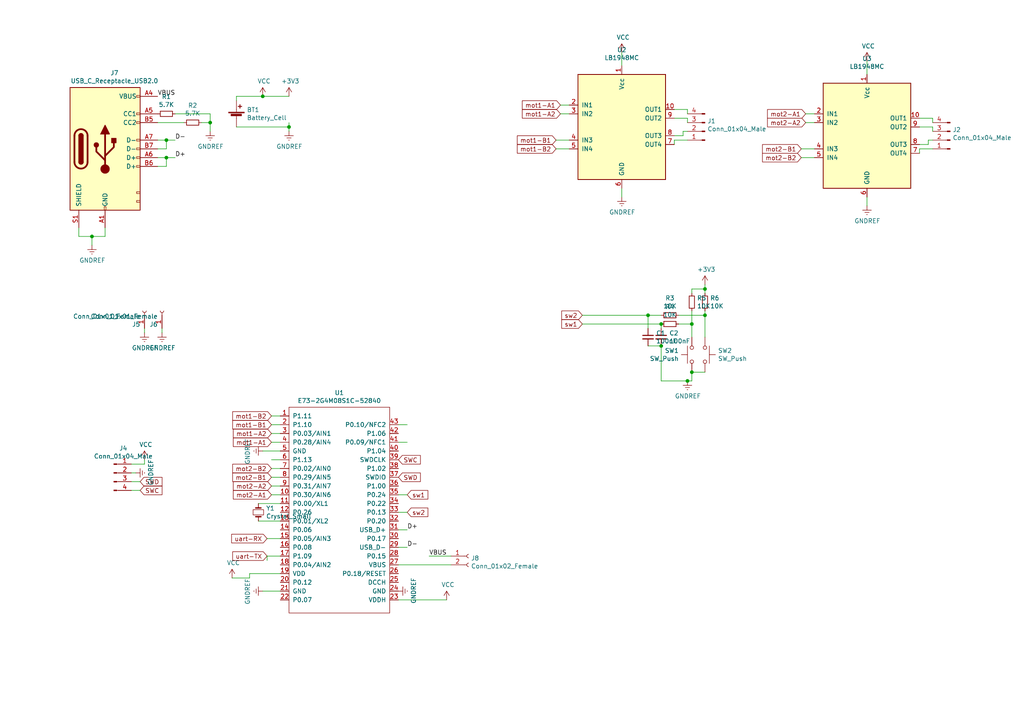
<source format=kicad_sch>
(kicad_sch (version 20211123) (generator eeschema)
  (paper "A4")
  (lib_symbols
    (symbol "Connector:Conn_01x01_Female" (pin_names (offset 1.016) hide)
      (property "Reference" "J" (at 0 2.54 0))
      (property "Value" "Conn_01x01_Female" (at 0 -2.54 0))
      (symbol "Conn_01x01_Female_1_1"
        (polyline (pts (xy -1.27 0) (xy -0.508 0)) (stroke (width 0.1524)))
        (arc (start 0 0.508) (mid -0.508 0) (end 0 -0.508) (stroke (width 0.1524)))
        (pin passive line (at -5.08 0 0) (length 3.81) (name "Pin_1") (number "1"))
      )
    )
    (symbol "Connector:Conn_01x02_Female" (pin_names (offset 1.016) hide)
      (property "Reference" "J" (at 0 2.54 0))
      (property "Value" "Conn_01x02_Female" (at 0 -5.08 0))
      (symbol "Conn_01x02_Female_1_1"
        (arc (start 0 -2.032) (mid -0.508 -2.54) (end 0 -3.048) (stroke (width 0.1524)))
        (polyline (pts (xy -1.27 -2.54) (xy -0.508 -2.54)) (stroke (width 0.1524)))
        (polyline (pts (xy -1.27 0) (xy -0.508 0)) (stroke (width 0.1524)))
        (arc (start 0 0.508) (mid -0.508 0) (end 0 -0.508) (stroke (width 0.1524)))
        (pin passive line (at -5.08 0 0) (length 3.81) (name "Pin_1") (number "1"))
        (pin passive line (at -5.08 -2.54 0) (length 3.81) (name "Pin_2") (number "2"))
      )
    )
    (symbol "Connector:Conn_01x04_Male" (pin_names (offset 1.016) hide)
      (property "Reference" "J" (at 0 5.08 0))
      (property "Value" "Conn_01x04_Male" (at 0 -7.62 0))
      (symbol "Conn_01x04_Male_1_1"
        (polyline (pts (xy 1.27 -5.08) (xy 0.8636 -5.08)) (stroke (width 0.1524)))
        (polyline (pts (xy 1.27 -2.54) (xy 0.8636 -2.54)) (stroke (width 0.1524)))
        (polyline (pts (xy 1.27 0) (xy 0.8636 0)) (stroke (width 0.1524)))
        (polyline (pts (xy 1.27 2.54) (xy 0.8636 2.54)) (stroke (width 0.1524)))
        (rectangle (start 0.8636 -4.953) (end 0 -5.207) (stroke (width 0.1524)) (fill (type outline)))
        (rectangle (start 0.8636 -2.413) (end 0 -2.667) (stroke (width 0.1524)) (fill (type outline)))
        (rectangle (start 0.8636 0.127) (end 0 -0.127) (stroke (width 0.1524)) (fill (type outline)))
        (rectangle (start 0.8636 2.667) (end 0 2.413) (stroke (width 0.1524)) (fill (type outline)))
        (pin passive line (at 5.08 2.54 180) (length 3.81) (name "Pin_1") (number "1"))
        (pin passive line (at 5.08 0 180) (length 3.81) (name "Pin_2") (number "2"))
        (pin passive line (at 5.08 -2.54 180) (length 3.81) (name "Pin_3") (number "3"))
        (pin passive line (at 5.08 -5.08 180) (length 3.81) (name "Pin_4") (number "4"))
      )
    )
    (symbol "Device:Battery_Cell" (pin_numbers hide) (pin_names (offset 0) hide)
      (property "Reference" "BT" (at 2.54 2.54 0))
      (property "Value" "Battery_Cell" (at 2.54 0 0))
      (symbol "Battery_Cell_0_1"
        (rectangle (start -2.286 1.778) (end 2.286 1.524) (fill (type outline)))
        (rectangle (start -1.5748 1.1938) (end 1.4732 0.6858) (fill (type outline)))
        (polyline (pts (xy 0 0.762) (xy 0 0)))
        (polyline (pts (xy 0 1.778) (xy 0 2.54)))
        (polyline (pts (xy 0.508 3.429) (xy 1.524 3.429)) (stroke (width 0.254)))
        (polyline (pts (xy 1.016 3.937) (xy 1.016 2.921)) (stroke (width 0.254)))
      )
      (symbol "Battery_Cell_1_1"
        (pin passive line (at 0 5.08 270) (length 2.54) (name "+") (number "1"))
        (pin passive line (at 0 -2.54 90) (length 2.54) (name "-") (number "2"))
      )
    )
    (symbol "Device:C_Small" (pin_numbers hide) (pin_names (offset 0.254) hide)
      (property "Reference" "C" (at 0.254 1.778 0))
      (property "Value" "C_Small" (at 0.254 -2.032 0))
      (symbol "C_Small_0_1"
        (polyline (pts (xy -1.524 -0.508) (xy 1.524 -0.508)) (stroke (width 0.3302)))
        (polyline (pts (xy -1.524 0.508) (xy 1.524 0.508)) (stroke (width 0.3048)))
      )
      (symbol "C_Small_1_1"
        (pin passive line (at 0 2.54 270) (length 2.032) (name "~") (number "1"))
        (pin passive line (at 0 -2.54 90) (length 2.032) (name "~") (number "2"))
      )
    )
    (symbol "Device:Crystal_Small" (pin_numbers hide) (pin_names (offset 1.016) hide)
      (property "Reference" "Y" (at 0 2.54 0))
      (property "Value" "Crystal_Small" (at 0 -2.54 0))
      (symbol "Crystal_Small_0_1"
        (rectangle (start -0.762 -1.524) (end 0.762 1.524))
        (polyline (pts (xy -1.27 -0.762) (xy -1.27 0.762)) (stroke (width 0.381)))
        (polyline (pts (xy 1.27 -0.762) (xy 1.27 0.762)) (stroke (width 0.381)))
      )
      (symbol "Crystal_Small_1_1"
        (pin passive line (at -2.54 0 0) (length 1.27) (name "1") (number "1"))
        (pin passive line (at 2.54 0 180) (length 1.27) (name "2") (number "2"))
      )
    )
    (symbol "Device:R_Small" (pin_numbers hide) (pin_names (offset 0.254) hide)
      (property "Reference" "R" (at 0.762 0.508 0))
      (property "Value" "R_Small" (at 0.762 -1.016 0))
      (symbol "R_Small_0_1"
        (rectangle (start -0.762 1.778) (end 0.762 -1.778) (stroke (width 0.2032)))
      )
      (symbol "R_Small_1_1"
        (pin passive line (at 0 2.54 270) (length 0.762) (name "~") (number "1"))
        (pin passive line (at 0 -2.54 90) (length 0.762) (name "~") (number "2"))
      )
    )
    (symbol "Gyro-klokke-PCB-rescue:+3.3V-power" (power) (pin_names (offset 0))
      (property "Value" "+3.3V-power" (at 0 3.556 0))
      (symbol "+3.3V-power_0_1"
        (polyline (pts (xy -0.762 1.27) (xy 0 2.54)))
        (polyline (pts (xy 0 0) (xy 0 2.54)))
        (polyline (pts (xy 0 2.54) (xy 0.762 1.27)))
      )
      (symbol "+3.3V-power_1_1"
        (pin power_in line (at 0 0 90) (length 0) hide (name "+3V3") (number "1"))
      )
    )
    (symbol "Gyro-klokke-PCB-rescue:E73-2G4M08S1C-52840-nrfmicro" (pin_names (offset 1.016))
      (property "Reference" "U" (at 0 29.21 0))
      (property "Value" "E73-2G4M08S1C-52840-nrfmicro" (at 0 -27.94 0))
      (symbol "E73-2G4M08S1C-52840-nrfmicro_0_1"
        (rectangle (start -15.24 30.48) (end 13.97 -29.21))
      )
      (symbol "E73-2G4M08S1C-52840-nrfmicro_1_1"
        (pin input line (at -17.78 27.94 0) (length 2.54) (name "P1.11") (number "1"))
        (pin input line (at -17.78 5.08 0) (length 2.54) (name "P0.30/AIN6") (number "10"))
        (pin input line (at -17.78 2.54 0) (length 2.54) (name "P0.00/XL1") (number "11"))
        (pin input line (at -17.78 0 0) (length 2.54) (name "P0.26") (number "12"))
        (pin input line (at -17.78 -2.54 0) (length 2.54) (name "P0.01/XL2") (number "13"))
        (pin input line (at -17.78 -5.08 0) (length 2.54) (name "P0.06") (number "14"))
        (pin input line (at -17.78 -7.62 0) (length 2.54) (name "P0.05/AIN3") (number "15"))
        (pin input line (at -17.78 -10.16 0) (length 2.54) (name "P0.08") (number "16"))
        (pin input line (at -17.78 -12.7 0) (length 2.54) (name "P1.09") (number "17"))
        (pin input line (at -17.78 -15.24 0) (length 2.54) (name "P0.04/AIN2") (number "18"))
        (pin power_in line (at -17.78 -17.78 0) (length 2.54) (name "VDD") (number "19"))
        (pin input line (at -17.78 25.4 0) (length 2.54) (name "P1.10") (number "2"))
        (pin input line (at -17.78 -20.32 0) (length 2.54) (name "P0.12") (number "20"))
        (pin power_in line (at -17.78 -22.86 0) (length 2.54) (name "GND") (number "21"))
        (pin input line (at -17.78 -25.4 0) (length 2.54) (name "P0.07") (number "22"))
        (pin power_in line (at 16.51 -25.4 180) (length 2.54) (name "VDDH") (number "23"))
        (pin power_in line (at 16.51 -22.86 180) (length 2.54) (name "GND") (number "24"))
        (pin power_out line (at 16.51 -20.32 180) (length 2.54) (name "DCCH") (number "25"))
        (pin input line (at 16.51 -17.78 180) (length 2.54) (name "P0.18/RESET") (number "26"))
        (pin power_in line (at 16.51 -15.24 180) (length 2.54) (name "VBUS") (number "27"))
        (pin power_in line (at 16.51 -12.7 180) (length 2.54) (name "P0.15") (number "28"))
        (pin input line (at 16.51 -10.16 180) (length 2.54) (name "USB_D-") (number "29"))
        (pin input line (at -17.78 22.86 0) (length 2.54) (name "P0.03/AIN1") (number "3"))
        (pin input line (at 16.51 -7.62 180) (length 2.54) (name "P0.17") (number "30"))
        (pin input line (at 16.51 -5.08 180) (length 2.54) (name "USB_D+") (number "31"))
        (pin input line (at 16.51 -2.54 180) (length 2.54) (name "P0.20") (number "32"))
        (pin input line (at 16.51 0 180) (length 2.54) (name "P0.13") (number "33"))
        (pin input line (at 16.51 2.54 180) (length 2.54) (name "P0.22") (number "34"))
        (pin input line (at 16.51 5.08 180) (length 2.54) (name "P0.24") (number "35"))
        (pin input line (at 16.51 7.62 180) (length 2.54) (name "P1.00") (number "36"))
        (pin input line (at 16.51 10.16 180) (length 2.54) (name "SWDIO") (number "37"))
        (pin input line (at 16.51 12.7 180) (length 2.54) (name "P1.02") (number "38"))
        (pin input line (at 16.51 15.24 180) (length 2.54) (name "SWDCLK") (number "39"))
        (pin input line (at -17.78 20.32 0) (length 2.54) (name "P0.28/AIN4") (number "4"))
        (pin input line (at 16.51 17.78 180) (length 2.54) (name "P1.04") (number "40"))
        (pin input line (at 16.51 20.32 180) (length 2.54) (name "P0.09/NFC1") (number "41"))
        (pin input line (at 16.51 22.86 180) (length 2.54) (name "P1.06") (number "42"))
        (pin input line (at 16.51 25.4 180) (length 2.54) (name "P0.10/NFC2") (number "43"))
        (pin power_in line (at -17.78 17.78 0) (length 2.54) (name "GND") (number "5"))
        (pin input line (at -17.78 15.24 0) (length 2.54) (name "P1.13") (number "6"))
        (pin input line (at -17.78 12.7 0) (length 2.54) (name "P0.02/AIN0") (number "7"))
        (pin input line (at -17.78 10.16 0) (length 2.54) (name "P0.29/AIN5") (number "8"))
        (pin input line (at -17.78 7.62 0) (length 2.54) (name "P0.31/AIN7") (number "9"))
      )
    )
    (symbol "Switch:SW_Push" (pin_numbers hide) (pin_names (offset 1.016) hide)
      (property "Reference" "SW" (at 1.27 2.54 0))
      (property "Value" "SW_Push" (at 0 -1.524 0))
      (symbol "SW_Push_0_1"
        (circle (center -2.032 0) (radius 0.508))
        (polyline (pts (xy 0 1.27) (xy 0 3.048)))
        (polyline (pts (xy 2.54 1.27) (xy -2.54 1.27)))
        (circle (center 2.032 0) (radius 0.508))
        (pin passive line (at -5.08 0 0) (length 2.54) (name "1") (number "1"))
        (pin passive line (at 5.08 0 180) (length 2.54) (name "2") (number "2"))
      )
    )
    (symbol "lb1948mc:LB1948MC" (pin_names (offset 1.016))
      (property "Reference" "U" (at -10.16 16.51 0))
      (property "Value" "LB1948MC" (at 12.7 16.51 0))
      (symbol "LB1948MC_0_1"
        (rectangle (start -12.7 15.24) (end 12.7 -15.24) (stroke (width 0.254)) (fill (type background)))
      )
      (symbol "LB1948MC_1_1"
        (pin power_in line (at 0 17.78 270) (length 2.54) (name "Vcc") (number "1"))
        (pin output line (at 15.24 5.08 180) (length 2.54) (name "OUT1") (number "10"))
        (pin input line (at -15.24 6.35 0) (length 2.54) (name "IN1") (number "2"))
        (pin input line (at -15.24 3.81 0) (length 2.54) (name "IN2") (number "3"))
        (pin input line (at -15.24 -3.81 0) (length 2.54) (name "IN3") (number "4"))
        (pin input line (at -15.24 -6.35 0) (length 2.54) (name "IN4") (number "5"))
        (pin power_in line (at 0 -17.78 90) (length 2.54) (name "GND") (number "6"))
        (pin output line (at 15.24 -5.08 180) (length 2.54) (name "OUT4") (number "7"))
        (pin output line (at 15.24 -2.54 180) (length 2.54) (name "OUT3") (number "8"))
        (pin output line (at 15.24 2.54 180) (length 2.54) (name "OUT2") (number "9"))
      )
    )
    (symbol "nrfmicro:USB_C_Receptacle_USB2.0" (pin_names (offset 1.016))
      (property "Reference" "J" (at -10.16 19.05 0))
      (property "Value" "USB_C_Receptacle_USB2.0" (at 19.05 19.05 0))
      (symbol "USB_C_Receptacle_USB2.0_0_0"
        (rectangle (start -0.254 -17.78) (end 0.254 -16.764))
        (rectangle (start 10.16 -14.986) (end 9.144 -15.494))
        (rectangle (start 10.16 -12.446) (end 9.144 -12.954))
        (rectangle (start 10.16 -4.826) (end 9.144 -5.334))
        (rectangle (start 10.16 -2.286) (end 9.144 -2.794))
        (rectangle (start 10.16 0.254) (end 9.144 -0.254))
        (rectangle (start 10.16 2.794) (end 9.144 2.286))
        (rectangle (start 10.16 7.874) (end 9.144 7.366))
        (rectangle (start 10.16 10.414) (end 9.144 9.906))
        (rectangle (start 10.16 15.494) (end 9.144 14.986))
      )
      (symbol "USB_C_Receptacle_USB2.0_0_1"
        (rectangle (start -10.16 17.78) (end 10.16 -17.78) (stroke (width 0.254)) (fill (type background)))
        (arc (start -8.89 -3.81) (mid -6.985 -5.715) (end -5.08 -3.81) (stroke (width 0.508)))
        (arc (start -7.62 -3.81) (mid -6.985 -4.445) (end -6.35 -3.81) (stroke (width 0.254)))
        (arc (start -7.62 -3.81) (mid -6.985 -4.445) (end -6.35 -3.81) (stroke (width 0.254)) (fill (type outline)))
        (rectangle (start -7.62 -3.81) (end -6.35 3.81) (stroke (width 0.254)) (fill (type outline)))
        (arc (start -6.35 3.81) (mid -6.985 4.445) (end -7.62 3.81) (stroke (width 0.254)))
        (arc (start -6.35 3.81) (mid -6.985 4.445) (end -7.62 3.81) (stroke (width 0.254)) (fill (type outline)))
        (arc (start -5.08 3.81) (mid -6.985 5.715) (end -8.89 3.81) (stroke (width 0.508)))
        (circle (center -2.54 1.143) (radius 0.635) (stroke (width 0.254)) (fill (type outline)))
        (circle (center 0 -5.842) (radius 1.27) (fill (type outline)))
        (polyline (pts (xy -8.89 -3.81) (xy -8.89 3.81)) (stroke (width 0.508)))
        (polyline (pts (xy -5.08 3.81) (xy -5.08 -3.81)) (stroke (width 0.508)))
        (polyline (pts (xy 0 -5.842) (xy 0 4.318)) (stroke (width 0.508)))
        (polyline (pts (xy 0 -3.302) (xy -2.54 -0.762) (xy -2.54 0.508)) (stroke (width 0.508)))
        (polyline (pts (xy 0 -2.032) (xy 2.54 0.508) (xy 2.54 1.778)) (stroke (width 0.508)))
        (polyline (pts (xy -1.27 4.318) (xy 0 6.858) (xy 1.27 4.318) (xy -1.27 4.318)) (stroke (width 0.254)) (fill (type outline)))
        (rectangle (start 1.905 1.778) (end 3.175 3.048) (stroke (width 0.254)) (fill (type outline)))
      )
      (symbol "USB_C_Receptacle_USB2.0_1_1"
        (pin power_in line (at 0 -22.86 90) (length 5.08) (name "GND") (number "A1"))
        (pin power_in line (at 15.24 15.24 180) (length 5.08) (name "VBUS") (number "A4"))
        (pin bidirectional line (at 15.24 10.16 180) (length 5.08) (name "CC1") (number "A5"))
        (pin bidirectional line (at 15.24 -2.54 180) (length 5.08) (name "D+") (number "A6"))
        (pin bidirectional line (at 15.24 2.54 180) (length 5.08) (name "D-") (number "A7"))
        (pin bidirectional line (at 15.24 7.62 180) (length 5.08) (name "CC2") (number "B5"))
        (pin bidirectional line (at 15.24 -5.08 180) (length 5.08) (name "D+") (number "B6"))
        (pin bidirectional line (at 15.24 0 180) (length 5.08) (name "D-") (number "B7"))
        (pin passive line (at -7.62 -22.86 90) (length 5.08) (name "SHIELD") (number "S1"))
      )
    )
    (symbol "power:GNDREF" (power) (pin_names (offset 0))
      (property "Value" "GNDREF" (at 0 -3.81 0))
      (symbol "GNDREF_0_1"
        (polyline (pts (xy -0.635 -1.905) (xy 0.635 -1.905)))
        (polyline (pts (xy -0.127 -2.54) (xy 0.127 -2.54)))
        (polyline (pts (xy 0 -1.27) (xy 0 0)))
        (polyline (pts (xy 1.27 -1.27) (xy -1.27 -1.27)))
      )
      (symbol "GNDREF_1_1"
        (pin power_in line (at 0 0 270) (length 0) hide (name "GNDREF") (number "1"))
      )
    )
    (symbol "power:VCC" (power) (pin_names (offset 0))
      (property "Value" "VCC" (at 0 3.81 0))
      (symbol "VCC_0_1"
        (polyline (pts (xy -0.762 1.27) (xy 0 2.54)))
        (polyline (pts (xy 0 0) (xy 0 2.54)))
        (polyline (pts (xy 0 2.54) (xy 0.762 1.27)))
      )
      (symbol "VCC_1_1"
        (pin power_in line (at 0 0 90) (length 0) hide (name "VCC") (number "1"))
      )
    )
  )
  (junction (at 83.82 36.83))
  (junction (at 187.96 91.44))
  (junction (at 199.39 110.49))
  (junction (at 191.77 93.98))
  (junction (at 204.47 83.82))
  (junction (at 200.66 93.98))
  (junction (at 191.77 100.33))
  (junction (at 76.2 27.94))
  (junction (at 26.67 68.58))
  (junction (at 60.96 35.56))
  (junction (at 48.26 40.64))
  (junction (at 204.47 91.44))
  (junction (at 48.26 45.72))
  (junction (at 200.66 107.95))
  (wire (pts (xy 77.47 161.29) (xy 81.28 161.29)))
  (wire (pts (xy 266.7 43.18) (xy 270.51 43.18)))
  (wire (pts (xy 68.58 36.83) (xy 83.82 36.83)))
  (wire (pts (xy 78.74 125.73) (xy 81.28 125.73)))
  (wire (pts (xy 269.24 41.91) (xy 266.7 41.91)))
  (wire (pts (xy 266.7 44.45) (xy 266.7 43.18)))
  (wire (pts (xy 48.26 45.72) (xy 50.8 45.72)))
  (wire (pts (xy 45.72 43.18) (xy 48.26 43.18)))
  (wire (pts (xy 200.66 93.98) (xy 200.66 97.79)))
  (wire (pts (xy 200.66 107.95) (xy 204.47 107.95)))
  (wire (pts (xy 74.93 151.13) (xy 81.28 151.13)))
  (wire (pts (xy 48.26 40.64) (xy 50.8 40.64)))
  (wire (pts (xy 269.24 40.64) (xy 269.24 41.91)))
  (wire (pts (xy 118.11 128.27) (xy 115.57 128.27)))
  (wire (pts (xy 115.57 153.67) (xy 118.11 153.67)))
  (wire (pts (xy 180.34 15.24) (xy 180.34 19.05)))
  (wire (pts (xy 78.74 143.51) (xy 81.28 143.51)))
  (wire (pts (xy 30.48 68.58) (xy 30.48 66.04)))
  (wire (pts (xy 130.81 163.83) (xy 115.57 163.83)))
  (wire (pts (xy 60.96 35.56) (xy 60.96 38.1)))
  (wire (pts (xy 48.26 48.26) (xy 48.26 45.72)))
  (wire (pts (xy 233.68 35.56) (xy 236.22 35.56)))
  (wire (pts (xy 46.99 96.52) (xy 46.99 95.25)))
  (wire (pts (xy 38.1 134.62) (xy 41.91 134.62)))
  (wire (pts (xy 162.56 33.02) (xy 165.1 33.02)))
  (wire (pts (xy 26.67 68.58) (xy 26.67 71.12)))
  (wire (pts (xy 118.11 148.59) (xy 115.57 148.59)))
  (wire (pts (xy 76.2 27.94) (xy 68.58 27.94)))
  (wire (pts (xy 72.39 167.64) (xy 72.39 166.37)))
  (wire (pts (xy 196.85 93.98) (xy 200.66 93.98)))
  (wire (pts (xy 76.2 130.81) (xy 81.28 130.81)))
  (wire (pts (xy 115.57 123.19) (xy 118.11 123.19)))
  (wire (pts (xy 81.28 128.27) (xy 78.74 128.27)))
  (wire (pts (xy 200.66 110.49) (xy 200.66 107.95)))
  (wire (pts (xy 45.72 48.26) (xy 48.26 48.26)))
  (wire (pts (xy 115.57 173.99) (xy 129.54 173.99)))
  (wire (pts (xy 195.58 31.75) (xy 199.39 31.75)))
  (wire (pts (xy 81.28 123.19) (xy 78.74 123.19)))
  (wire (pts (xy 204.47 83.82) (xy 204.47 85.09)))
  (wire (pts (xy 204.47 82.55) (xy 204.47 83.82)))
  (wire (pts (xy 199.39 38.1) (xy 198.12 38.1)))
  (wire (pts (xy 77.47 162.56) (xy 77.47 161.29)))
  (wire (pts (xy 78.74 133.35) (xy 81.28 133.35)))
  (wire (pts (xy 39.37 137.16) (xy 38.1 137.16)))
  (wire (pts (xy 72.39 166.37) (xy 81.28 166.37)))
  (wire (pts (xy 50.8 33.02) (xy 60.96 33.02)))
  (wire (pts (xy 161.29 40.64) (xy 165.1 40.64)))
  (wire (pts (xy 187.96 95.25) (xy 187.96 91.44)))
  (wire (pts (xy 191.77 95.25) (xy 191.77 93.98)))
  (wire (pts (xy 83.82 35.56) (xy 83.82 36.83)))
  (wire (pts (xy 199.39 31.75) (xy 199.39 33.02)))
  (wire (pts (xy 41.91 96.52) (xy 41.91 95.25)))
  (wire (pts (xy 204.47 91.44) (xy 204.47 97.79)))
  (wire (pts (xy 270.51 34.29) (xy 270.51 35.56)))
  (wire (pts (xy 195.58 41.91) (xy 195.58 40.64)))
  (wire (pts (xy 26.67 68.58) (xy 30.48 68.58)))
  (wire (pts (xy 58.42 35.56) (xy 60.96 35.56)))
  (wire (pts (xy 45.72 45.72) (xy 48.26 45.72)))
  (wire (pts (xy 115.57 143.51) (xy 118.11 143.51)))
  (wire (pts (xy 191.77 93.98) (xy 168.91 93.98)))
  (wire (pts (xy 232.41 45.72) (xy 236.22 45.72)))
  (wire (pts (xy 76.2 171.45) (xy 81.28 171.45)))
  (wire (pts (xy 78.74 140.97) (xy 81.28 140.97)))
  (wire (pts (xy 187.96 100.33) (xy 191.77 100.33)))
  (wire (pts (xy 187.96 91.44) (xy 168.91 91.44)))
  (wire (pts (xy 251.46 17.78) (xy 251.46 21.59)))
  (wire (pts (xy 81.28 138.43) (xy 78.74 138.43)))
  (wire (pts (xy 198.12 39.37) (xy 195.58 39.37)))
  (wire (pts (xy 266.7 36.83) (xy 270.51 36.83)))
  (wire (pts (xy 78.74 120.65) (xy 81.28 120.65)))
  (wire (pts (xy 266.7 34.29) (xy 270.51 34.29)))
  (wire (pts (xy 199.39 110.49) (xy 191.77 110.49)))
  (wire (pts (xy 198.12 38.1) (xy 198.12 39.37)))
  (wire (pts (xy 200.66 85.09) (xy 200.66 83.82)))
  (wire (pts (xy 67.31 167.64) (xy 72.39 167.64)))
  (wire (pts (xy 22.86 68.58) (xy 26.67 68.58)))
  (wire (pts (xy 45.72 35.56) (xy 53.34 35.56)))
  (wire (pts (xy 118.11 158.75) (xy 115.57 158.75)))
  (wire (pts (xy 196.85 91.44) (xy 204.47 91.44)))
  (wire (pts (xy 195.58 34.29) (xy 199.39 34.29)))
  (wire (pts (xy 204.47 90.17) (xy 204.47 91.44)))
  (wire (pts (xy 83.82 27.94) (xy 76.2 27.94)))
  (wire (pts (xy 38.1 142.24) (xy 40.64 142.24)))
  (wire (pts (xy 191.77 110.49) (xy 191.77 100.33)))
  (wire (pts (xy 232.41 43.18) (xy 236.22 43.18)))
  (wire (pts (xy 83.82 36.83) (xy 83.82 38.1)))
  (wire (pts (xy 74.93 146.05) (xy 81.28 146.05)))
  (wire (pts (xy 22.86 66.04) (xy 22.86 68.58)))
  (wire (pts (xy 77.47 156.21) (xy 81.28 156.21)))
  (wire (pts (xy 199.39 34.29) (xy 199.39 35.56)))
  (wire (pts (xy 41.91 134.62) (xy 41.91 133.35)))
  (wire (pts (xy 162.56 30.48) (xy 165.1 30.48)))
  (wire (pts (xy 60.96 33.02) (xy 60.96 35.56)))
  (wire (pts (xy 200.66 90.17) (xy 200.66 93.98)))
  (wire (pts (xy 270.51 40.64) (xy 269.24 40.64)))
  (wire (pts (xy 161.29 43.18) (xy 165.1 43.18)))
  (wire (pts (xy 45.72 40.64) (xy 48.26 40.64)))
  (wire (pts (xy 233.68 33.02) (xy 236.22 33.02)))
  (wire (pts (xy 48.26 43.18) (xy 48.26 40.64)))
  (wire (pts (xy 180.34 57.15) (xy 180.34 54.61)))
  (wire (pts (xy 38.1 139.7) (xy 40.64 139.7)))
  (wire (pts (xy 251.46 59.69) (xy 251.46 57.15)))
  (wire (pts (xy 200.66 110.49) (xy 199.39 110.49)))
  (wire (pts (xy 270.51 36.83) (xy 270.51 38.1)))
  (wire (pts (xy 195.58 40.64) (xy 199.39 40.64)))
  (wire (pts (xy 68.58 27.94) (xy 68.58 29.21)))
  (wire (pts (xy 78.74 135.89) (xy 81.28 135.89)))
  (wire (pts (xy 124.46 161.29) (xy 130.81 161.29)))
  (wire (pts (xy 191.77 91.44) (xy 187.96 91.44)))
  (wire (pts (xy 200.66 83.82) (xy 204.47 83.82)))
  (label "D-" (at 118.11 158.75 0))
  (label "D+" (at 50.8 45.72 0))
  (label "VBUS" (at 124.46 161.29 0))
  (label "VBUS" (at 45.72 27.94 0))
  (label "D+" (at 118.11 153.67 0))
  (label "D-" (at 50.8 40.64 0))
  (global_label "mot2-B1" (shape input) (at 78.74 138.43 180) (property "Intersheet References" "${INTERSHEET_REFS}" (effects hide)))
  (global_label "mot1-B1" (shape input) (at 161.29 40.64 180) (property "Intersheet References" "${INTERSHEET_REFS}" (effects hide)))
  (global_label "mot2-B2" (shape input) (at 232.41 45.72 180) (property "Intersheet References" "${INTERSHEET_REFS}" (effects hide)))
  (global_label "mot1-A1" (shape input) (at 78.74 128.27 180) (property "Intersheet References" "${INTERSHEET_REFS}" (effects hide)))
  (global_label "mot1-B1" (shape input) (at 78.74 123.19 180) (property "Intersheet References" "${INTERSHEET_REFS}" (effects hide)))
  (global_label "mot1-B2" (shape input) (at 161.29 43.18 180) (property "Intersheet References" "${INTERSHEET_REFS}" (effects hide)))
  (global_label "mot2-A1" (shape input) (at 233.68 33.02 180) (property "Intersheet References" "${INTERSHEET_REFS}" (effects hide)))
  (global_label "mot2-A2" (shape input) (at 78.74 140.97 180) (property "Intersheet References" "${INTERSHEET_REFS}" (effects hide)))
  (global_label "mot1-A2" (shape input) (at 162.56 33.02 180) (property "Intersheet References" "${INTERSHEET_REFS}" (effects hide)))
  (global_label "SWD" (shape input) (at 40.64 139.7 0) (property "Intersheet References" "${INTERSHEET_REFS}" (effects hide)))
  (global_label "uart-TX" (shape input) (at 77.47 161.29 180) (property "Intersheet References" "${INTERSHEET_REFS}" (effects hide)))
  (global_label "mot2-B2" (shape input) (at 78.74 135.89 180) (property "Intersheet References" "${INTERSHEET_REFS}" (effects hide)))
  (global_label "mot1-B2" (shape input) (at 78.74 120.65 180) (property "Intersheet References" "${INTERSHEET_REFS}" (effects hide)))
  (global_label "sw2" (shape input) (at 118.11 148.59 0) (property "Intersheet References" "${INTERSHEET_REFS}" (effects hide)))
  (global_label "mot2-A2" (shape input) (at 233.68 35.56 180) (property "Intersheet References" "${INTERSHEET_REFS}" (effects hide)))
  (global_label "mot2-B1" (shape input) (at 232.41 43.18 180) (property "Intersheet References" "${INTERSHEET_REFS}" (effects hide)))
  (global_label "sw1" (shape input) (at 168.91 93.98 180) (property "Intersheet References" "${INTERSHEET_REFS}" (effects hide)))
  (global_label "SWC" (shape input) (at 115.57 133.35 0) (property "Intersheet References" "${INTERSHEET_REFS}" (effects hide)))
  (global_label "SWD" (shape input) (at 115.57 138.43 0) (property "Intersheet References" "${INTERSHEET_REFS}" (effects hide)))
  (global_label "SWC" (shape input) (at 40.64 142.24 0) (property "Intersheet References" "${INTERSHEET_REFS}" (effects hide)))
  (global_label "sw1" (shape input) (at 118.11 143.51 0) (property "Intersheet References" "${INTERSHEET_REFS}" (effects hide)))
  (global_label "mot1-A1" (shape input) (at 162.56 30.48 180) (property "Intersheet References" "${INTERSHEET_REFS}" (effects hide)))
  (global_label "mot2-A1" (shape input) (at 78.74 143.51 180) (property "Intersheet References" "${INTERSHEET_REFS}" (effects hide)))
  (global_label "uart-RX" (shape input) (at 77.47 156.21 180) (property "Intersheet References" "${INTERSHEET_REFS}" (effects hide)))
  (global_label "sw2" (shape input) (at 168.91 91.44 180) (property "Intersheet References" "${INTERSHEET_REFS}" (effects hide)))
  (global_label "mot1-A2" (shape input) (at 78.74 125.73 180) (property "Intersheet References" "${INTERSHEET_REFS}" (effects hide)))
  (symbol (lib_id "power:GNDREF") (at 115.57 171.45 90) (unit 1)
    (property "Reference" "#PWR0102" (effects hide))
    (property "Value" "GNDREF" (at 119.9642 171.323 0))
  )
  (symbol (lib_id "Switch:SW_Push") (at 204.47 102.87 270) (unit 1)
    (property "Reference" "SW2" (at 208.2292 101.7016 90) (effects (justify left)))
    (property "Value" "SW_Push" (at 208.2292 104.013 90) (effects (justify left)))
    (property "Footprint" "Button_Switch_SMD:SW_SPST_EVQP7A" (effects hide))
  )
  (symbol (lib_id "Gyro-klokke-PCB-rescue:+3.3V-power") (at 204.47 82.55 0) (unit 1)
    (property "Reference" "#PWR0104" (effects hide))
    (property "Value" "+3.3V" (at 204.851 78.1558 0))
  )
  (symbol (lib_id "Device:R_Small") (at 204.47 87.63 0) (unit 1)
    (property "Reference" "R6" (at 205.9686 86.4616 0) (effects (justify left)))
    (property "Value" "10K" (at 205.9686 88.773 0) (effects (justify left)))
    (property "Footprint" "Resistor_SMD:R_0603_1608Metric" (effects hide))
  )
  (symbol (lib_id "Device:R_Small") (at 200.66 87.63 0) (unit 1)
    (property "Reference" "R5" (at 202.1586 86.4616 0) (effects (justify left)))
    (property "Value" "10K" (at 202.1586 88.773 0) (effects (justify left)))
    (property "Footprint" "Resistor_SMD:R_0603_1608Metric" (effects hide))
  )
  (symbol (lib_id "Device:R_Small") (at 194.31 91.44 90) (unit 1)
    (property "Reference" "R3" (at 194.31 86.4616 90))
    (property "Value" "10K" (at 194.31 88.773 90))
    (property "Footprint" "Resistor_SMD:R_0603_1608Metric" (effects hide))
  )
  (symbol (lib_id "Switch:SW_Push") (at 200.66 102.87 90) (mirror x) (unit 1)
    (property "Reference" "SW1" (at 196.9008 101.7016 90) (effects (justify left)))
    (property "Value" "SW_Push" (at 196.9008 104.013 90) (effects (justify left)))
    (property "Footprint" "Button_Switch_SMD:SW_SPST_EVQP7A" (effects hide))
  )
  (symbol (lib_id "Device:R_Small") (at 194.31 93.98 90) (unit 1)
    (property "Reference" "R4" (at 194.31 89.0016 90))
    (property "Value" "10K" (at 194.31 91.313 90))
    (property "Footprint" "Resistor_SMD:R_0603_1608Metric" (effects hide))
  )
  (symbol (lib_id "Device:C_Small") (at 187.96 97.79 0) (unit 1)
    (property "Reference" "C1" (at 190.2968 96.6216 0) (effects (justify left)))
    (property "Value" "100nF" (at 190.2968 98.933 0) (effects (justify left)))
    (property "Footprint" "Capacitor_SMD:C_0805_2012Metric" (effects hide))
  )
  (symbol (lib_id "Device:C_Small") (at 191.77 97.79 0) (unit 1)
    (property "Reference" "C2" (at 194.1068 96.6216 0) (effects (justify left)))
    (property "Value" "100nF" (at 194.1068 98.933 0) (effects (justify left)))
    (property "Footprint" "Capacitor_SMD:C_0805_2012Metric" (effects hide))
  )
  (symbol (lib_id "power:GNDREF") (at 199.39 110.49 0) (unit 1)
    (property "Reference" "#PWR0105" (effects hide))
    (property "Value" "GNDREF" (at 199.517 114.8842 0))
  )
  (symbol (lib_id "Connector:Conn_01x04_Male") (at 204.47 38.1 180) (unit 1)
    (property "Reference" "J1" (at 205.1812 35.1028 0) (effects (justify right)))
    (property "Value" "Conn_01x04_Male" (at 205.1812 37.4142 0) (effects (justify right)))
    (property "Footprint" "Connector_Molex:Molex_PicoBlade_53261-0471_1x04-1MP_P1.25mm_Horizontal" (effects hide))
  )
  (symbol (lib_id "lb1948mc:LB1948MC") (at 180.34 36.83 0) (unit 1)
    (property "Reference" "U2" (at 180.34 14.4526 0))
    (property "Value" "LB1948MC" (at 180.34 16.764 0))
    (property "Footprint" "Package_SO:SSOP-10_3.9x4.9mm_P1.00mm" (effects hide))
    (property "Datasheet" "http://www.st.com/st-web-ui/static/active/en/resource/technical/document/datasheet/CD00000240.pdf" (effects hide))
  )
  (symbol (lib_id "power:VCC") (at 180.34 15.24 0) (unit 1)
    (property "Reference" "#PWR0106" (effects hide))
    (property "Value" "VCC" (at 180.721 10.8458 0))
  )
  (symbol (lib_id "power:GNDREF") (at 180.34 57.15 0) (unit 1)
    (property "Reference" "#PWR0107" (effects hide))
    (property "Value" "GNDREF" (at 180.467 61.5442 0))
  )
  (symbol (lib_id "Connector:Conn_01x04_Male") (at 275.59 40.64 180) (unit 1)
    (property "Reference" "J2" (at 276.3012 37.6428 0) (effects (justify right)))
    (property "Value" "Conn_01x04_Male" (at 276.3012 39.9542 0) (effects (justify right)))
    (property "Footprint" "Connector_Molex:Molex_PicoBlade_53261-0471_1x04-1MP_P1.25mm_Horizontal" (effects hide))
  )
  (symbol (lib_id "lb1948mc:LB1948MC") (at 251.46 39.37 0) (unit 1)
    (property "Reference" "U3" (at 251.46 16.9926 0))
    (property "Value" "LB1948MC" (at 251.46 19.304 0))
    (property "Footprint" "Package_SO:SSOP-10_3.9x4.9mm_P1.00mm" (effects hide))
    (property "Datasheet" "http://www.st.com/st-web-ui/static/active/en/resource/technical/document/datasheet/CD00000240.pdf" (effects hide))
  )
  (symbol (lib_id "power:VCC") (at 251.46 17.78 0) (unit 1)
    (property "Reference" "#PWR0108" (effects hide))
    (property "Value" "VCC" (at 251.841 13.3858 0))
  )
  (symbol (lib_id "power:GNDREF") (at 251.46 59.69 0) (unit 1)
    (property "Reference" "#PWR0109" (effects hide))
    (property "Value" "GNDREF" (at 251.587 64.0842 0))
  )
  (symbol (lib_id "Gyro-klokke-PCB-rescue:+3.3V-power") (at 83.82 27.94 0) (unit 1)
    (property "Reference" "#PWR0110" (effects hide))
    (property "Value" "+3.3V" (at 84.201 23.5458 0))
  )
  (symbol (lib_id "power:GNDREF") (at 83.82 38.1 0) (unit 1)
    (property "Reference" "#PWR0111" (effects hide))
    (property "Value" "GNDREF" (at 83.947 42.4942 0))
  )
  (symbol (lib_id "Device:Crystal_Small") (at 74.93 148.59 270) (unit 1)
    (property "Reference" "Y1" (at 77.1652 147.4216 90) (effects (justify left)))
    (property "Value" "Crystal_Small" (at 77.1652 149.733 90) (effects (justify left)))
    (property "Footprint" "Crystal:Crystal_SMD_3215-2Pin_3.2x1.5mm" (effects hide))
  )
  (symbol (lib_id "Device:Battery_Cell") (at 68.58 34.29 0) (unit 1)
    (property "Reference" "BT1" (at 71.5772 31.8516 0) (effects (justify left)))
    (property "Value" "Battery_Cell" (at 71.5772 34.163 0) (effects (justify left)))
    (property "Footprint" "Battery:BatteryHolder_Keystone_1060_1x2032" (effects hide))
  )
  (symbol (lib_id "Connector:Conn_01x01_Female") (at 46.99 90.17 90) (unit 1)
    (property "Reference" "J6" (at 45.7708 94.0816 90) (effects (justify left)))
    (property "Value" "Conn_01x01_Female" (at 45.7708 91.7702 90) (effects (justify left)))
    (property "Footprint" "MountingHole:MountingHole_2.2mm_M2_ISO14580_Pad" (effects hide))
  )
  (symbol (lib_id "power:GNDREF") (at 46.99 96.52 0) (unit 1)
    (property "Reference" "#PWR0116" (effects hide))
    (property "Value" "GNDREF" (at 47.117 100.9142 0))
  )
  (symbol (lib_id "Connector:Conn_01x01_Female") (at 41.91 90.17 90) (unit 1)
    (property "Reference" "J5" (at 40.6908 94.0816 90) (effects (justify left)))
    (property "Value" "Conn_01x01_Female" (at 40.6908 91.7702 90) (effects (justify left)))
    (property "Footprint" "MountingHole:MountingHole_2.2mm_M2_ISO14580_Pad" (effects hide))
  )
  (symbol (lib_id "power:GNDREF") (at 41.91 96.52 0) (unit 1)
    (property "Reference" "#PWR0117" (effects hide))
    (property "Value" "GNDREF" (at 42.037 100.9142 0))
  )
  (symbol (lib_id "power:VCC") (at 129.54 173.99 0) (unit 1)
    (property "Reference" "#PWR0118" (effects hide))
    (property "Value" "VCC" (at 129.921 169.5958 0))
  )
  (symbol (lib_id "Gyro-klokke-PCB-rescue:E73-2G4M08S1C-52840-nrfmicro") (at 99.06 148.59 0) (unit 1)
    (property "Reference" "U1" (at 98.425 113.919 0))
    (property "Value" "E73-2G4M08S1C-52840" (at 98.425 116.2304 0))
    (property "Footprint" "nrfmicro:E73-2G4M08S1C-52840" (effects hide))
  )
  (symbol (lib_id "power:GNDREF") (at 76.2 171.45 270) (unit 1)
    (property "Reference" "#PWR0101" (effects hide))
    (property "Value" "GNDREF" (at 71.8058 171.577 0))
  )
  (symbol (lib_id "power:VCC") (at 67.31 167.64 0) (unit 1)
    (property "Reference" "#PWR0103" (effects hide))
    (property "Value" "VCC" (at 67.691 163.2458 0))
  )
  (symbol (lib_id "power:GNDREF") (at 76.2 130.81 270) (unit 1)
    (property "Reference" "#PWR0115" (effects hide))
    (property "Value" "GNDREF" (at 71.8058 130.937 0))
  )
  (symbol (lib_id "Connector:Conn_01x04_Male") (at 33.02 137.16 0) (unit 1)
    (property "Reference" "J4" (at 35.7632 130.0226 0))
    (property "Value" "Conn_01x04_Male" (at 35.7632 132.334 0))
    (property "Footprint" "Connector_PinHeader_1.27mm:PinHeader_1x04_P1.27mm_Vertical" (effects hide))
  )
  (symbol (lib_id "power:VCC") (at 41.91 133.35 0) (unit 1)
    (property "Reference" "#PWR0112" (effects hide))
    (property "Value" "VCC" (at 42.291 128.9558 0))
  )
  (symbol (lib_id "power:GNDREF") (at 39.37 137.16 90) (unit 1)
    (property "Reference" "#PWR0113" (effects hide))
    (property "Value" "GNDREF" (at 43.7642 137.033 0))
  )
  (symbol (lib_id "power:VCC") (at 76.2 27.94 0) (unit 1)
    (property "Reference" "#PWR02" (effects hide))
    (property "Value" "VCC" (at 76.581 23.5458 0))
  )
  (symbol (lib_id "nrfmicro:USB_C_Receptacle_USB2.0") (at 30.48 43.18 0) (unit 1)
    (property "Reference" "J7" (at 33.1978 21.1582 0))
    (property "Value" "USB_C_Receptacle_USB2.0" (at 33.1978 23.4696 0))
    (property "Footprint" "nrfmicro:USB-C_C168688" (effects hide))
  )
  (symbol (lib_id "power:GNDREF") (at 26.67 71.12 0) (unit 1)
    (property "Reference" "#PWR01" (effects hide))
    (property "Value" "GNDREF" (at 26.797 75.5142 0))
  )
  (symbol (lib_id "Connector:Conn_01x02_Female") (at 135.89 161.29 0) (unit 1)
    (property "Reference" "J8" (at 136.6012 161.8996 0) (effects (justify left)))
    (property "Value" "Conn_01x02_Female" (at 136.6012 164.211 0) (effects (justify left)))
    (property "Footprint" "Connector_PinHeader_1.27mm:PinHeader_2x01_P1.27mm_Vertical" (effects hide))
  )
  (symbol (lib_id "Device:R_Small") (at 48.26 33.02 270) (unit 1)
    (property "Reference" "R1" (at 48.26 28.0416 90))
    (property "Value" "5.7K" (at 48.26 30.353 90))
    (property "Footprint" "Resistor_SMD:R_0603_1608Metric" (effects hide))
  )
  (symbol (lib_id "Device:R_Small") (at 55.88 35.56 270) (unit 1)
    (property "Reference" "R2" (at 55.88 30.5816 90))
    (property "Value" "5.7K" (at 55.88 32.893 90))
    (property "Footprint" "Resistor_SMD:R_0603_1608Metric" (effects hide))
  )
  (symbol (lib_id "power:GNDREF") (at 60.96 38.1 0) (unit 1)
    (property "Reference" "#PWR03" (effects hide))
    (property "Value" "GNDREF" (at 61.087 42.4942 0))
  )
)
</source>
